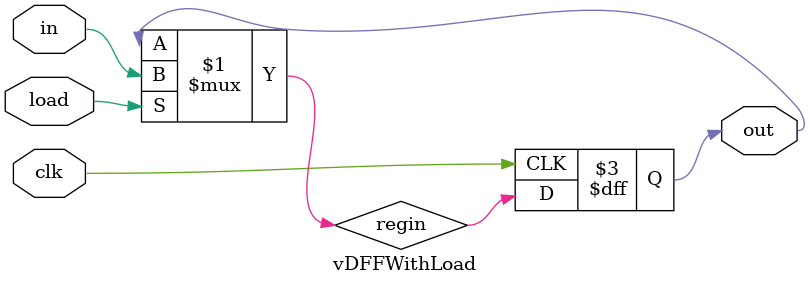
<source format=v>
/*
Register with load enable
*/

module vDFFWithLoad (clk, load, in, out);
  parameter n = 1;  // width
  input clk;
  input load;
  input [n-1:0] in; //outside input
  wire [n-1:0] regin; //input to register
  output [n-1:0] out;
  reg [n-1:0] out;

  assign regin = load ? in : out;

  always @(posedge clk)
    out = regin;
endmodule
</source>
